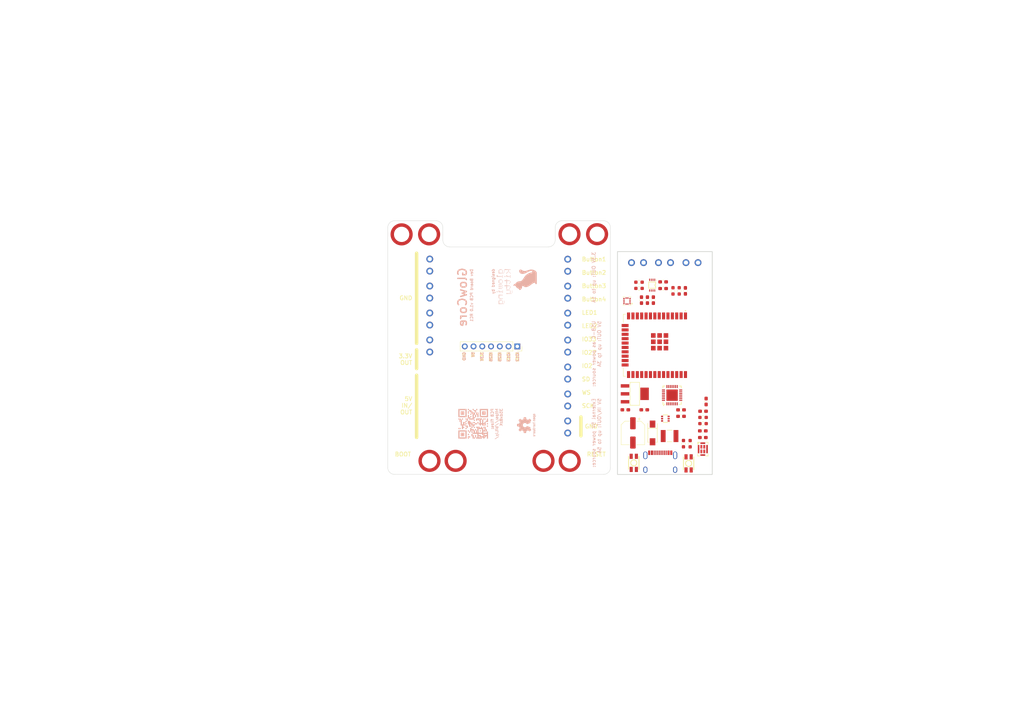
<source format=kicad_pcb>
(kicad_pcb (version 20211014) (generator pcbnew)
  (layers (0 "F.Cu" signal) (31 "B.Cu" signal) (34 "B.Paste" user) (35 "F.Paste" user) (36 "B.SilkS" user "B.Silkscreen") (37 "F.SilkS" user "F.Silkscreen") (38 "B.Mask" user) (39 "F.Mask" user) (44 "Edge.Cuts" user))
  (net 0 "")
  (net 1 "+5V")
  (net 2 "GND")
  (net 3 "+3V3")
  (net 4 "RESET")
  (net 5 "IO0")
  (net 6 "VBUS")
  (net 7 "IO12{slash}MISO")
  (net 8 "IO13{slash}MOSI")
  (net 9 "IO25{slash}A1{slash}DAC1")
  (net 10 "IO26{slash}A0{slash}DAC2")
  (net 11 "Net-(R1-Pad1)")
  (net 12 "LED1 DATA OUT")
  (net 13 "USB-C CC1")
  (net 14 "USB-C CC2")
  (net 15 "Net-(R4-Pad1)")
  (net 16 "Net-(R5-Pad1)")
  (net 19 "IO32{slash}SD")
  (net 20 "IO14{slash}SCK")
  (net 27 "IO15{slash}WS")
  (net 29 "IO16{slash}LED1")
  (net 34 "RXD0")
  (net 35 "TXD0")
  (net 37 "IO21{slash}INT1")
  (net 38 "IO22{slash}INT2")
  (net 42 "USB-C DATA+")
  (net 43 "USB-C DATA-")
  (net 59 "RTS")
  (net 61 "DTR")
  (net 66 "Net-(R8-Pad1)")
  (net 67 "LED2 DATA OUT")
  (net 68 "IO17{slash}LED2")
  (net 69 "IO36{slash}BUTTON1")
  (net 70 "IO39{slash}BUTTON2")
  (net 71 "IO34{slash}BUTTON3")
  (net 72 "IO35{slash}BUTTON4")
  (net 73 "IO33")
  (net 74 "IO27")
  (net 75 "IO2")
  (net 76 "Net-(F1-Pad2)")
  (footprint "Capacitor_SMD:C_0603_1608Metric_Pad1.08x0.95mm_HandSolder" (layer "F.Cu") (at 185.871154 87.02 90)
    (fp_text reference "C8" hide)
    (fp_text value "0.1uF")
    (pad "1" smd roundrect (at -0.8625 0 90) (size 1.075 0.95) (layers "F.Cu" "F.Paste" "F.Mask") (net 3 "+3V3"))
    (pad "2" smd roundrect (at 0.8625 0 90) (size 1.075 0.95) (layers "F.Cu" "F.Paste" "F.Mask") (net 2 "GND"))
  )
  (footprint "Capacitor_SMD:CP_Elec_6.3x5.4" (layer "F.Cu") (at 183.378349 125.53 -90)
    (fp_text reference "C4" hide)
    (fp_text value "220uF 10V")
    (pad "1" smd roundrect (at -2.8 0 270) (size 3.5 1.6) (layers "F.Cu" "F.Paste" "F.Mask") (roundrect_rratio 0.15625) (net 1 "+5V"))
    (pad "2" smd roundrect (at 2.8 0 270) (size 3.5 1.6) (layers "F.Cu" "F.Paste" "F.Mask") (roundrect_rratio 0.15625) (net 2 "GND"))
  )
  (footprint "footprint:WIFI-SMD_ESP32-WROOM-32E" (layer "F.Cu") (at 192.438349 99.35 -90)
    (fp_text reference "U7" hide)
    (fp_text value "ESP32-WROOM-32E")
    (pad "1" smd rect (at -7.7449 -6.1933 270) (size 2 0.9) (layers "F.Cu" "F.Paste" "F.Mask") (net 2 "GND"))
    (pad "2" smd rect (at -7.7449 -4.9233 270) (size 2 0.9) (layers "F.Cu" "F.Paste" "F.Mask") (net 3 "+3V3"))
    (pad "3" smd rect (at -7.7449 -3.6533 270) (size 2 0.9) (layers "F.Cu" "F.Paste" "F.Mask") (net 4 "RESET"))
    (pad "4" smd rect (at -7.7449 -2.3833 270) (size 2 0.9) (layers "F.Cu" "F.Paste" "F.Mask") (net 69 "IO36{slash}BUTTON1"))
    (pad "5" smd rect (at -7.7449 -1.1133 270) (size 2 0.9) (layers "F.Cu" "F.Paste" "F.Mask") (net 70 "IO39{slash}BUTTON2"))
    (pad "6" smd rect (at -7.7449 0.1567 270) (size 2 0.9) (layers "F.Cu" "F.Paste" "F.Mask") (net 71 "IO34{slash}BUTTON3"))
    (pad "7" smd rect (at -7.7449 1.4267 270) (size 2 0.9) (layers "F.Cu" "F.Paste" "F.Mask") (net 72 "IO35{slash}BUTTON4"))
    (pad "8" smd rect (at -7.7449 2.6967 270) (size 2 0.9) (layers "F.Cu" "F.Paste" "F.Mask") (net 19 "IO32{slash}SD"))
    (pad "9" smd rect (at -7.7449 3.9667 270) (size 2 0.9) (layers "F.Cu" "F.Paste" "F.Mask") (net 73 "IO33"))
    (pad "10" smd rect (at -7.7449 5.2367 270) (size 2 0.9) (layers "F.Cu" "F.Paste" "F.Mask") (net 9 "IO25{slash}A1{slash}DAC1"))
    (pad "11" smd rect (at -7.7449 6.5067 270) (size 2 0.9) (layers "F.Cu" "F.Paste" "F.Mask") (net 10 "IO26{slash}A0{slash}DAC2"))
    (pad "12" smd rect (at -7.7449 7.7767 270) (size 2 0.9) (layers "F.Cu" "F.Paste" "F.Mask") (net 74 "IO27"))
    (pad "13" smd rect (at -7.7449 9.0467 270) (size 2 0.9) (layers "F.Cu" "F.Paste" "F.Mask") (net 20 "IO14{slash}SCK"))
    (pad "14" smd rect (at -7.7449 10.3167 270) (size 2 0.9) (layers "F.Cu" "F.Paste" "F.Mask") (net 7 "IO12{slash}MISO"))
    (pad "15" smd rect (at -4.9599 11.3167 270) (size 0.9 2) (layers "F.Cu" "F.Paste" "F.Mask") (net 2 "GND"))
    (pad "16" smd rect (at -3.6899 11.3167 270) (size 0.9 2) (layers "F.Cu" "F.Paste" "F.Mask") (net 8 "IO13{slash}MOSI"))
    (pad "17" smd rect (at -2.4199 11.3167 270) (size 0.9 2) (layers "F.Cu" "F.Paste" "F.Mask"))
    (pad "18" smd rect (at -1.1499 11.3167 270) (size 0.9 2) (layers "F.Cu" "F.Paste" "F.Mask"))
    (pad "19" smd rect (at 0.1201 11.3167 270) (size 0.9 2) (layers "F.Cu" "F.Paste" "F.Mask"))
    (pad "20" smd rect (at 1.3901 11.3167 270) (size 0.9 2) (layers "F.Cu" "F.Paste" "F.Mask"))
    (pad "21" smd rect (at 2.6601 11.3167 270) (size 0.9 2) (layers "F.Cu" "F.Paste" "F.Mask"))
    (pad "22" smd rect (at 3.9301 11.3167 270) (size 0.9 2) (layers "F.Cu" "F.Paste" "F.Mask"))
    (pad "23" smd rect (at 5.2001 11.3167 270) (size 0.9 2) (layers "F.Cu" "F.Paste" "F.Mask") (net 27 "IO15{slash}WS"))
    (pad "24" smd rect (at 6.4701 11.3167 270) (size 0.9 2) (layers "F.Cu" "F.Paste" "F.Mask") (net 75 "IO2"))
    (pad "25" smd rect (at 9.2551 10.3167 270) (size 2 0.9) (layers "F.Cu" "F.Paste" "F.Mask") (net 5 "IO0"))
    (pad "26" smd rect (at 9.2551 9.0467 270) (size 2 0.9) (layers "F.Cu" "F.Paste" "F.Mask"))
    (pad "27" smd rect (at 9.2551 7.7767 270) (size 2 0.9) (layers "F.Cu" "F.Paste" "F.Mask") (net 29 "IO16{slash}LED1"))
    (pad "28" smd rect (at 9.2551 6.5067 270) (size 2 0.9) (layers "F.Cu" "F.Paste" "F.Mask") (net 68 "IO17{slash}LED2"))
    (pad "29" smd rect (at 9.2551 5.2367 270) (size 2 0.9) (layers "F.Cu" "F.Paste" "F.Mask"))
    (pad "30" smd rect (at 9.2551 3.9667 270) (size 2 0.9) (layers "F.Cu" "F.Paste" "F.Mask"))
    (pad "31" smd rect (at 9.2551 2.6967 270) (size 2 0.9) (layers "F.Cu" "F.Paste" "F.Mask"))
    (pad "32" smd rect (at 9.2551 1.4267 270) (size 2 0.9) (layers "F.Cu" "F.Paste" "F.Mask"))
    (pad "33" smd rect (at 9.2551 0.1567 270) (size 2 0.9) (layers "F.Cu" "F.Paste" "F.Mask") (net 37 "IO21{slash}INT1"))
    (pad "34" smd rect (at 9.2551 -1.1133 270) (size 2 0.9) (layers "F.Cu" "F.Paste" "F.Mask") (net 34 "RXD0"))
    (pad "35" smd rect (at 9.2551 -2.3833 270) (size 2 0.9) (layers "F.Cu" "F.Paste" "F.Mask") (net 35 "TXD0"))
    (pad "36" smd rect (at 9.2551 -3.6533 270) (size 2 0.9) (layers "F.Cu" "F.Paste" "F.Mask") (net 38 "IO22{slash}INT2"))
    (pad "37" smd rect (at 9.2551 -4.9233 270) (size 2 0.9) (layers "F.Cu" "F.Paste" "F.Mask"))
    (pad "38" smd rect (at 9.2551 -6.1933 270) (size 2 0.9) (layers "F.Cu" "F.Paste" "F.Mask") (net 2 "GND"))
    (pad "39" smd rect (at -0.2449 1.3067 270) (size 1.33 1.33) (layers "F.Cu" "F.Paste" "F.Mask") (net 2 "GND"))
    (pad "39" smd rect (at -2.0799 1.3067 270) (size 1.33 1.33) (layers "F.Cu" "F.Paste" "F.Mask") (net 2 "GND"))
    (pad "39" smd rect (at 1.5901 -0.5283 270) (size 1.33 1.33) (layers "F.Cu" "F.Paste" "F.Mask") (net 2 "GND"))
    (pad "39" smd rect (at -0.2449 -0.5283 270) (size 1.33 1.33) (layers "F.Cu" "F.Paste" "F.Mask") (net 2 "GND"))
    (pad "39" smd rect (at 1.5901 1.3067 270) (size 1.33 1.33) (layers "F.Cu" "F.Paste" "F.Mask") (net 2 "GND"))
    (pad "39" smd rect (at 1.5901 3.1417 270) (size 1.33 1.33) (layers "F.Cu" "F.Paste" "F.Mask") (net 2 "GND"))
    (pad "39" smd rect (at -0.2449 3.1417 270) (size 1.33 1.33) (layers "F.Cu" "F.Paste" "F.Mask") (net 2 "GND"))
    (pad "39" smd rect (at -2.0799 3.1417 270) (size 1.33 1.33) (layers "F.Cu" "F.Paste" "F.Mask") (net 2 "GND"))
    (pad "39" smd rect (at -2.0799 -0.5283 270) (size 1.33 1.33) (layers "F.Cu" "F.Paste" "F.Mask") (net 2 "GND"))
  )
  (footprint "footprint:CONN-TH_P3.50_KF350-3.5-2P" (layer "F.Cu") (at 124.519997 92.496695 -90)
    (fp_text reference "U20" hide)
    (fp_text value "KF350-3_5-2P")
    (pad "1" thru_hole circle locked (at -1.749898 0.049987 270) (size 2 2) (drill 1.2) (layers *.Cu *.Mask) (net 2 "GND"))
    (pad "2" thru_hole circle locked (at 1.749975 0.049987 270) (size 2 2) (drill 1.2) (layers *.Cu *.Mask) (net 2 "GND"))
  )
  (footprint "Resistor_SMD:R_0603_1608Metric_Pad0.98x0.95mm_HandSolder" (layer "F.Cu") (at 185.156499 83.619701 180)
    (fp_text reference "R1" hide)
    (fp_text value "62")
    (pad "1" smd roundrect (at -0.9125 0 180) (size 0.975 0.95) (layers "F.Cu" "F.Paste" "F.Mask") (net 11 "Net-(R1-Pad1)"))
    (pad "2" smd roundrect (at 0.9125 0 180) (size 0.975 0.95) (layers "F.Cu" "F.Paste" "F.Mask") (net 12 "LED1 DATA OUT"))
  )
  (footprint "footprint:QFN-28_L5.0-W5.0-P0.50-BL-EP" (layer "F.Cu") (at 194.748146 114.58493)
    (fp_text reference "U13" hide)
    (fp_text value "CP2102-GMR")
    (pad "1" smd rect (at -1.501067 2.499949 180) (size 0.28001 0.9) (layers "F.Cu" "F.Paste" "F.Mask"))
    (pad "2" smd rect (at -1.000686 2.499949 180) (size 0.28001 0.9) (layers "F.Cu" "F.Paste" "F.Mask"))
    (pad "3" smd rect (at -0.500305 2.499949 180) (size 0.28001 0.9) (layers "F.Cu" "F.Paste" "F.Mask") (net 2 "GND"))
    (pad "4" smd rect (at 0.000076 2.499949 180) (size 0.28001 0.9) (layers "F.Cu" "F.Paste" "F.Mask") (net 42 "USB-C DATA+"))
    (pad "5" smd rect (at 0.500457 2.499949 180) (size 0.28001 0.9) (layers "F.Cu" "F.Paste" "F.Mask") (net 43 "USB-C DATA-"))
    (pad "6" smd rect (at 1.000838 2.499949 180) (size 0.28001 0.9) (layers "F.Cu" "F.Paste" "F.Mask") (net 3 "+3V3"))
    (pad "7" smd rect (at 1.501219 2.499949 180) (size 0.28001 0.9) (layers "F.Cu" "F.Paste" "F.Mask") (net 3 "+3V3"))
    (pad "8" smd rect (at 2.500203 1.501219 90) (size 0.28001 0.9) (layers "F.Cu" "F.Paste" "F.Mask") (net 6 "VBUS"))
    (pad "9" smd rect (at 2.500203 1.000838 90) (size 0.28001 0.9) (layers "F.Cu" "F.Paste" "F.Mask"))
    (pad "10" smd rect (at 2.500203 0.500457 90) (size 0.28001 0.9) (layers "F.Cu" "F.Paste" "F.Mask"))
    (pad "11" smd rect (at 2.500203 0.000076 90) (size 0.28001 0.9) (layers "F.Cu" "F.Paste" "F.Mask"))
    (pad "12" smd rect (at 2.500203 -0.500305 90) (size 0.28001 0.9) (layers "F.Cu" "F.Paste" "F.Mask"))
    (pad "13" smd rect (at 2.500203 -1.000686 90) (size 0.28001 0.9) (layers "F.Cu" "F.Paste" "F.Mask"))
    (pad "14" smd rect (at 2.500203 -1.501067 90) (size 0.28001 0.9) (layers "F.Cu" "F.Paste" "F.Mask"))
    (pad "15" smd rect (at 1.501219 -2.500051 180) (size 0.28001 0.9) (layers "F.Cu" "F.Paste" "F.Mask"))
    (pad "16" smd rect (at 1.000838 -2.500051 180) (size 0.28001 0.9) (layers "F.Cu" "F.Paste" "F.Mask"))
    (pad "17" smd rect (at 0.500457 -2.500051 180) (size 0.28001 0.9) (layers "F.Cu" "F.Paste" "F.Mask"))
    (pad "18" smd rect (at 0.000076 -2.500051 180) (size 0.28001 0.9) (layers "F.Cu" "F.Paste" "F.Mask"))
    (pad "19" smd rect (at -0.500305 -2.500051 180) (size 0.28001 0.9) (layers "F.Cu" "F.Paste" "F.Mask"))
    (pad "20" smd rect (at -1.000686 -2.500051 180) (size 0.28001 0.9) (layers "F.Cu" "F.Paste" "F.Mask"))
    (pad "21" smd rect (at -1.501067 -2.500051 180) (size 0.28001 0.9) (layers "F.Cu" "F.Paste" "F.Mask"))
    (pad "22" smd rect (at -2.499797 -1.501067 90) (size 0.28001 0.9) (layers "F.Cu" "F.Paste" "F.Mask"))
    (pad "23" smd rect (at -2.499797 -1.000686 90) (size 0.28001 0.9) (layers "F.Cu" "F.Paste" "F.Mask"))
    (pad "24" smd rect (at -2.499797 -0.500305 90) (size 0.28001 0.9) (layers "F.Cu" "F.Paste" "F.Mask") (net 59 "RTS"))
    (pad "25" smd rect (at -2.499797 0.000076 90) (size 0.28001 0.9) (layers "F.Cu" "F.Paste" "F.Mask") (net 35 "TXD0"))
    (pad "26" smd rect (at -2.499797 0.500457 90) (size 0.28001 0.9) (layers "F.Cu" "F.Paste" "F.Mask") (net 34 "RXD0"))
    (pad "27" smd rect (at -2.499797 1.000838 90) (size 0.28001 0.9) (layers "F.Cu" "F.Paste" "F.Mask"))
    (pad "28" smd rect (at -2.499797 1.501219 90) (size 0.28001 0.9) (layers "F.Cu" "F.Paste" "F.Mask") (net 61 "DTR"))
    (pad "29" smd rect (at 0.000076 0.000076 90) (size 3.3 3.3) (layers "F.Cu" "F.Paste" "F.Mask") (net 2 "GND"))
  )
  (footprint "Capacitor_SMD:C_0603_1608Metric_Pad1.08x0.95mm_HandSolder" (layer "F.Cu") (at 204.618349 116.425 -90)
    (fp_text reference "C3" hide)
    (fp_text value "10uF")
    (pad "1" smd roundrect (at -0.8625 0 270) (size 1.075 0.95) (layers "F.Cu" "F.Paste" "F.Mask") (net 2 "GND"))
    (pad "2" smd roundrect (at 0.8625 0 270) (size 1.075 0.95) (layers "F.Cu" "F.Paste" "F.Mask") (net 3 "+3V3"))
  )
  (footprint "footprint:SMTSO3030CTJ" (layer "F.Cu") (at 124.3872 133.63746)
    (fp_text reference "U3" hide)
    (fp_text value "SMTSO3030CTJ")
    (pad "" np_thru_hole circle locked (at 0.00997 0.00254) (size 3.8 3.8) (drill 3.8) (layers F&B.Cu *.Mask))
    (pad "1" smd custom locked (at -2.7178 0) (size 1 1) (layers "F.Cu" "F.Paste" "F.Mask") (options (clearance outline) (anchor circle)) (primitives (gr_circle (center 2.725 0) (end 5.439265 0) (width 1))))
  )
  (footprint "footprint:SMTSO3030CTJ" (layer "F.Cu") (at 165.04726 133.63746)
    (fp_text reference "U4" hide)
    (fp_text value "SMTSO3030CTJ")
    (pad "" np_thru_hole circle locked (at 0.00997 0.00254) (size 3.8 3.8) (drill 3.8) (layers F&B.Cu *.Mask))
    (pad "1" smd custom locked (at -2.7178 0) (size 1 1) (layers "F.Cu" "F.Paste" "F.Mask") (options (clearance outline) (anchor circle)) (primitives (gr_circle (center 2.725 0) (end 5.439265 0) (width 1))))
  )
  (footprint "Capacitor_SMD:C_0603_1608Metric_Pad1.08x0.95mm_HandSolder" (layer "F.Cu") (at 186.683449 118.83)
    (fp_text reference "C11" hide)
    (fp_text value "10uF")
    (pad "1" smd roundrect (at -0.8625 0) (size 1.075 0.95) (layers "F.Cu" "F.Paste" "F.Mask") (net 2 "GND"))
    (pad "2" smd roundrect (at 0.8625 0) (size 1.075 0.95) (layers "F.Cu" "F.Paste" "F.Mask") (net 3 "+3V3"))
  )
  (footprint "footprint:CONN-TH_P3.50_KF350-3.5-2P" (layer "F.Cu") (at 164.43 108.173396 90)
    (fp_text reference "U25" hide)
    (fp_text value "KF350-3_5-2P")
    (pad "1" thru_hole circle locked (at -1.749898 0.049987 90) (size 2 2) (drill 1.2) (layers *.Cu *.Mask) (net 19 "IO32{slash}SD"))
    (pad "2" thru_hole circle locked (at 1.749975 0.049987 90) (size 2 2) (drill 1.2) (layers *.Cu *.Mask) (net 75 "IO2"))
  )
  (footprint "footprint:SMTSO3030CTJ" (layer "F.Cu") (at 157.45003 133.63746)
    (fp_text reference "U30" hide)
    (fp_text value "SMTSO3030CTJ")
    (pad "" np_thru_hole circle locked (at 0.00997 0.00254) (size 3.8 3.8) (drill 3.8) (layers F&B.Cu *.Mask))
    (pad "1" smd custom locked (at -2.7178 0) (size 1 1) (layers "F.Cu" "F.Paste" "F.Mask") (options (clearance outline) (anchor circle)) (primitives (gr_circle (center 2.725 0) (end 5.439265 0) (width 1))))
  )
  (footprint "footprint:SW-SMD_4P-L3.7-W3.0-P1.50-LS4.7" (layer "F.Cu") (at 183.638413 134.219924 -90)
    (fp_text reference "SW2" hide)
    (fp_text value "TS-1185EC-C-D-B")
    (pad "1" smd rect (at 1.899924 -0.750064 270) (size 1.5 0.9) (layers "F.Cu" "F.Paste" "F.Mask") (net 2 "GND"))
    (pad "1" smd rect (at -1.899924 -0.750064 270) (size 1.5 0.9) (layers "F.Cu" "F.Paste" "F.Mask") (net 2 "GND"))
    (pad "2" smd rect (at -1.899924 0.750064 270) (size 1.5 0.9) (layers "F.Cu" "F.Paste" "F.Mask") (net 16 "Net-(R5-Pad1)"))
    (pad "2" smd rect (at 1.899924 0.750064 270) (size 1.5 0.9) (layers "F.Cu" "F.Paste" "F.Mask") (net 16 "Net-(R5-Pad1)"))
  )
  (footprint "Capacitor_SMD:C_0603_1608Metric_Pad1.08x0.95mm_HandSolder" (layer "F.Cu") (at 197.340646 120.72493)
    (fp_text reference "C7" hide)
    (fp_text value "0.1uF")
    (pad "1" smd roundrect (at -0.8625 0) (size 1.075 0.95) (layers "F.Cu" "F.Paste" "F.Mask") (net 3 "+3V3"))
    (pad "2" smd roundrect (at 0.8625 0) (size 1.075 0.95) (layers "F.Cu" "F.Paste" "F.Mask") (net 2 "GND"))
  )
  (footprint "footprint:SMTSO3030CTJ" (layer "F.Cu") (at 131.96 133.63746)
    (fp_text reference "U33" hide)
    (fp_text value "SMTSO3030CTJ")
    (pad "" np_thru_hole circle locked (at 0.00997 0.00254) (size 3.8 3.8) (drill 3.8) (layers F&B.Cu *.Mask))
    (pad "1" smd custom locked (at -2.7178 0) (size 1 1) (layers "F.Cu" "F.Paste" "F.Mask") (options (clearance outline) (anchor circle)) (primitives (gr_circle (center 2.725 0) (end 5.439265 0) (width 1))))
  )
  (footprint "Resistor_SMD:R_0603_1608Metric_Pad0.98x0.95mm_HandSolder" (layer "F.Cu") (at 196.808349 84.337501 90)
    (fp_text reference "R7" hide)
    (fp_text value "10K")
    (pad "1" smd roundrect (at -0.9125 0 90) (size 0.975 0.95) (layers "F.Cu" "F.Paste" "F.Mask") (net 5 "IO0"))
    (pad "2" smd roundrect (at 0.9125 0 90) (size 0.975 0.95) (layers "F.Cu" "F.Paste" "F.Mask") (net 3 "+3V3"))
  )
  (footprint "footprint:CONN-TH_P3.50_KF350-3.5-2P" (layer "F.Cu") (at 200.52 76.1)
    (fp_text reference "U18" hide)
    (fp_text value "KF350-3_5-2P")
    (pad "1" thru_hole circle locked (at -1.749898 0.049987) (size 2 2) (drill 1.2) (layers *.Cu *.Mask) (net 3 "+3V3"))
    (pad "2" thru_hole circle locked (at 1.749975 0.049987) (size 2 2) (drill 1.2) (layers *.Cu *.Mask) (net 1 "+5V"))
  )
  (footprint "footprint:CONN-TH_P3.50_KF350-3.5-2P" (layer "F.Cu") (at 164.43 92.536698 90)
    (fp_text reference "U27" hide)
    (fp_text value "KF350-3_5-2P")
    (pad "1" thru_hole circle locked (at -1.749898 0.049987 90) (size 2 2) (drill 1.2) (layers *.Cu *.Mask) (net 67 "LED2 DATA OUT"))
    (pad "2" thru_hole circle locked (at 1.749975 0.049987 90) (size 2 2) (drill 1.2) (layers *.Cu *.Mask) (net 12 "LED1 DATA OUT"))
  )
  (footprint "footprint:VSSOP-8_L2.4-W2.1-P0.50-LS3.2-BR" (layer "F.Cu") (at 188.974251 82.681532 90)
    (fp_text reference "U8" hide)
    (fp_text value "SN74LVC2T45DCUR")
    (pad "1" smd oval (at 1.549911 0.741961 90) (size 0.750013 0.250013) (layers "F.Cu" "F.Paste" "F.Mask") (net 1 "+5V"))
    (pad "2" smd oval (at 1.549911 0.241834 90) (size 0.750013 0.250013) (layers "F.Cu" "F.Paste" "F.Mask") (net 11 "Net-(R1-Pad1)"))
    (pad "3" smd oval (at 1.549911 -0.258039 90) (size 0.750013 0.250013) (layers "F.Cu" "F.Paste" "F.Mask") (net 66 "Net-(R8-Pad1)"))
    (pad "4" smd oval (at 1.549911 -0.758166 90) (size 0.750013 0.250013) (layers "F.Cu" "F.Paste" "F.Mask") (net 2 "GND"))
    (pad "5" smd oval (at -1.549911 -0.758166 90) (size 0.750013 0.250013) (layers "F.Cu" "F.Paste" "F.Mask") (net 2 "GND"))
    (pad "6" smd oval (at -1.549911 -0.258039 90) (size 0.750013 0.250013) (layers "F.Cu" "F.Paste" "F.Mask") (net 68 "IO17{slash}LED2"))
    (pad "7" smd oval (at -1.549911 0.241834 90) (size 0.750013 0.250013) (layers "F.Cu" "F.Paste" "F.Mask") (net 29 "IO16{slash}LED1"))
    (pad "8" smd oval (at -1.549911 0.741961 90) (size 0.750013 0.250013) (layers "F.Cu" "F.Paste" "F.Mask") (net 3 "+3V3"))
  )
  (footprint "footprint:CONN-TH_P3.50_KF350-3.5-2P" (layer "F.Cu") (at 184.73 76.1)
    (fp_text reference "U17" hide)
    (fp_text value "KF350-3_5-2P")
    (pad "1" thru_hole circle locked (at -1.749898 0.049987) (size 2 2) (drill 1.2) (layers *.Cu *.Mask) (net 1 "+5V"))
    (pad "2" thru_hole circle locked (at 1.749975 0.049987) (size 2 2) (drill 1.2) (layers *.Cu *.Mask) (net 1 "+5V"))
  )
  (footprint "Capacitor_SMD:C_0603_1608Metric_Pad1.08x0.95mm_HandSolder" (layer "F.Cu") (at 181.183449 118.83 180)
    (fp_text reference "C6" hide)
    (fp_text value "10uF")
    (pad "1" smd roundrect (at -0.8625 0 180) (size 1.075 0.95) (layers "F.Cu" "F.Paste" "F.Mask") (net 2 "GND"))
    (pad "2" smd roundrect (at 0.8625 0 180) (size 1.075 0.95) (layers "F.Cu" "F.Paste" "F.Mask") (net 1 "+5V"))
  )
  (footprint "footprint:SC-70-6_L2.2-W1.3-P0.65-LS2.1-BR" (layer "F.Cu") (at 192.798349 121.4)
    (fp_text reference "U14" hide)
    (fp_text value "UMH3N")
    (pad "1" smd rect (at 0.949962 0.649987 90) (size 0.41999 0.6) (layers "F.Cu" "F.Paste" "F.Mask") (net 59 "RTS"))
    (pad "2" smd rect (at 0.949962 0 90) (size 0.41999 0.6) (layers "F.Cu" "F.Paste" "F.Mask") (net 61 "DTR"))
    (pad "3" smd rect (at 0.949962 -0.649987 90) (size 0.41999 0.6) (layers "F.Cu" "F.Paste" "F.Mask") (net 5 "IO0"))
    (pad "4" smd rect (at -0.949962 -0.649987 270) (size 0.41999 0.6) (layers "F.Cu" "F.Paste" "F.Mask") (net 61 "DTR"))
    (pad "5" smd rect (at -0.949962 0 270) (size 0.41999 0.6) (layers "F.Cu" "F.Paste" "F.Mask") (net 59 "RTS"))
    (pad "6" smd rect (at -0.949962 0.649987 270) (size 0.41999 0.6) (layers "F.Cu" "F.Paste" "F.Mask") (net 4 "RESET"))
  )
  (footprint "Capacitor_SMD:C_0603_1608Metric_Pad1.08x0.95mm_HandSolder" (layer "F.Cu") (at 192.148349 83.660001)
    (fp_text reference "C2" hide)
    (fp_text value "0.1uF")
    (pad "1" smd roundrect (at -0.8625 0) (size 1.075 0.95) (layers "F.Cu" "F.Paste" "F.Mask") (net 3 "+3V3"))
    (pad "2" smd roundrect (at 0.8625 0) (size 1.075 0.95) (layers "F.Cu" "F.Paste" "F.Mask") (net 2 "GND"))
  )
  (footprint "Capacitor_SMD:C_0603_1608Metric_Pad1.08x0.95mm_HandSolder" (layer "F.Cu") (at 203.658349 124.94 180)
    (fp_text reference "C12" hide)
    (fp_text value "0.1uF")
    (pad "1" smd roundrect (at -0.8625 0 180) (size 1.075 0.95) (layers "F.Cu" "F.Paste" "F.Mask") (net 2 "GND"))
    (pad "2" smd roundrect (at 0.8625 0 180) (size 1.075 0.95) (layers "F.Cu" "F.Paste" "F.Mask") (net 3 "+3V3"))
  )
  (footprint "footprint:F1812" (layer "F.Cu") (at 194.018349 126.44 180)
    (fp_text reference "F1" hide)
    (fp_text value "BSMD1812-300-16V")
    (pad "1" smd rect (at -1.853442 0 180) (size 1.40668 3.499213) (layers "F.Cu" "F.Paste" "F.Mask") (net 6 "VBUS"))
    (pad "2" smd rect (at 1.853442 0 180) (size 1.40668 3.499213) (layers "F.Cu" "F.Paste" "F.Mask") (net 76 "Net-(F1-Pad2)"))
  )
  (footprint "footprint:SMTSO3030CTJ" (layer "F.Cu") (at 172.9878 67.9)
    (fp_text reference "U32" hide)
    (fp_text value "SMTSO3030CTJ")
    (pad "" np_thru_hole circle locked (at 0.00997 0.00254) (size 3.8 3.8) (drill 3.8) (layers F&B.Cu *.Mask))
    (pad "1" smd custom locked (at -2.7178 0) (size 1 1) (layers "F.Cu" "F.Paste" "F.Mask") (options (clearance outline) (anchor circle)) (primitives (gr_circle (center 2.725 0) (end 5.439265 0) (width 1))))
  )
  (footprint "Capacitor_SMD:C_0603_1608Metric_Pad1.08x0.95mm_HandSolder" (layer "F.Cu") (at 203.668349 126.87 180)
    (fp_text reference "C15" hide)
    (fp_text value "10uF")
    (pad "1" smd roundrect (at -0.8625 0 180) (size 1.075 0.95) (layers "F.Cu" "F.Paste" "F.Mask") (net 2 "GND"))
    (pad "2" smd roundrect (at 0.8625 0 180) (size 1.075 0.95) (layers "F.Cu" "F.Paste" "F.Mask") (net 3 "+3V3"))
  )
  (footprint "footprint:LGA-12_L2.0-W2.0-P0.50-BL" (layer "F.Cu") (at 181.671154 87.29 90)
    (fp_text reference "U11" hide)
    (fp_text value "QMA7981")
    (pad "1" smd rect (at -0.750064 0.875032 90) (size 0.28001 0.5) (layers "F.Cu" "F.Paste" "F.Mask") (net 8 "IO13{slash}MOSI"))
    (pad "2" smd rect (at -0.249936 0.875032 90) (size 0.28001 0.5) (layers "F.Cu" "F.Paste" "F.Mask") (net 7 "IO12{slash}MISO"))
    (pad "3" smd rect (at 0.249936 0.875032 90) (size 0.28001 0.5) (layers "F.Cu" "F.Paste" "F.Mask") (net 3 "+3V3"))
    (pad "4" smd rect (at 0.750064 0.875032 90) (size 0.28001 0.5) (layers "F.Cu" "F.Paste" "F.Mask") (net 2 "GND"))
    (pad "5" smd rect (at 0.875032 0.249936 90) (size 0.5 0.28001) (layers "F.Cu" "F.Paste" "F.Mask") (net 37 "IO21{slash}INT1"))
    (pad "6" smd rect (at 0.875032 -0.249936 90) (size 0.5 0.28001) (layers "F.Cu" "F.Paste" "F.Mask") (net 38 "IO22{slash}INT2"))
    (pad "7" smd rect (at 0.750064 -0.875032 90) (size 0.28001 0.5) (layers "F.Cu" "F.Paste" "F.Mask") (net 3 "+3V3"))
    (pad "8" smd rect (at 0.249936 -0.875032 90) (size 0.28001 0.5) (layers "F.Cu" "F.Paste" "F.Mask") (net 2 "GND"))
    (pad "9" smd rect (at -0.249936 -0.875032 90) (size 0.28001 0.5) (layers "F.Cu" "F.Paste" "F.Mask") (net 2 "GND"))
    (pad "10" smd rect (at -0.750064 -0.875032 90) (size 0.28001 0.5) (layers "F.Cu" "F.Paste" "F.Mask") (net 27 "IO15{slash}WS"))
    (pad "11" smd rect (at -0.875032 -0.249936 90) (size 0.5 0.28001) (layers "F.Cu" "F.Paste" "F.Mask"))
    (pad "12" smd rect (at -0.875032 0.249936 90) (size 0.5 0.28001) (layers "F.Cu" "F.Paste" "F.Mask") (net 20 "IO14{slash}SCK"))
  )
  (footprint "Capacitor_SMD:C_0603_1608Metric_Pad1.08x0.95mm_HandSolder" (layer "F.Cu") (at 203.728349 119.245 180)
    (fp_text reference "C13" hide)
    (fp_text value "1uF")
    (pad "1" smd roundrect (at -0.8625 0 180) (size 1.075 0.95) (layers "F.Cu" "F.Paste" "F.Mask") (net 4 "RESET"))
    (pad "2" smd roundrect (at 0.8625 0 180) (size 1.075 0.95) (layers "F.Cu" "F.Paste" "F.Mask") (net 2 "GND"))
  )
  (footprint "Resistor_SMD:R_0603_1608Metric_Pad0.98x0.95mm_HandSolder" (layer "F.Cu") (at 185.156499 81.819701 180)
    (fp_text reference "R8" hide)
    (fp_text value "62")
    (pad "1" smd roundrect (at -0.9125 0 180) (size 0.975 0.95) (layers "F.Cu" "F.Paste" "F.Mask") (net 66 "Net-(R8-Pad1)"))
    (pad "2" smd roundrect (at 0.9125 0 180) (size 0.975 0.95) (layers "F.Cu" "F.Paste" "F.Mask") (net 67 "LED2 DATA OUT"))
  )
  (footprint "Resistor_SMD:R_0603_1608Metric_Pad0.98x0.95mm_HandSolder" (layer "F.Cu") (at 203.728349 122.835 180)
    (fp_text reference "R6" hide)
    (fp_text value "10K")
    (pad "1" smd roundrect (at -0.9125 0 180) (size 0.975 0.95) (layers "F.Cu" "F.Paste" "F.Mask") (net 4 "RESET"))
    (pad "2" smd roundrect (at 0.9125 0 180) (size 0.975 0.95) (layers "F.Cu" "F.Paste" "F.Mask") (net 3 "+3V3"))
  )
  (footprint "footprint:SMTSO3030CTJ" (layer "F.Cu") (at 124.27 67.94746)
    (fp_text reference "U1" hide)
    (fp_text value "SMTSO3030CTJ")
    (pad "" np_thru_hole circle locked (at 0.00997 0.00254) (size 3.8 3.8) (drill 3.8) (layers F&B.Cu *.Mask))
    (pad "1" smd custom locked (at -2.7178 0) (size 1 1) (layers "F.Cu" "F.Paste" "F.Mask") (options (clearance outline) (anchor circle)) (primitives (gr_circle (center 2.725 0) (end 5.439265 0) (width 1))))
  )
  (footprint "footprint:USB-3.1-SMD_U262-161N-4BVC11" (layer "F.Cu") (at 191.208349 134.92)
    (fp_text reference "USB1" hide)
    (fp_text value "U262-161N-4BVC11")
    (pad "" np_thru_hole circle (at 2.990018 -2.387465) (size 0.700025 0.700025) (drill 0.700025) (layers *.Cu *.Mask))
    (pad "" np_thru_hole circle (at -2.790018 -2.387465) (size 0.700025 0.700025) (drill 0.700025) (layers *.Cu *.Mask))
    (pad "A1B12" smd rect (at -3.099898 -3.630036) (size 0.6 1.3) (layers "F.Cu" "F.Paste" "F.Mask") (net 2 "GND"))
    (pad "A4B9" smd rect (at -2.300051 -3.630036) (size 0.6 1.3) (layers "F.Cu" "F.Paste" "F.Mask") (net 6 "VBUS"))
    (pad "A5" smd rect (at -1.149936 -3.630036) (size 0.3 1.3) (layers "F.Cu" "F.Paste" "F.Mask") (net 13 "USB-C CC1"))
    (pad "A6" smd rect (at -0.149936 -3.630036) (size 0.3 1.3) (layers "F.Cu" "F.Paste" "F.Mask") (net 42 "USB-C DATA+"))
    (pad "A7" smd rect (at 0.349936 -3.630036) (size 0.3 1.3) (layers "F.Cu" "F.Paste" "F.Mask") (net 43 "USB-C DATA-"))
    (pad "A8" smd rect (at 1.349936 -3.630036) (size 0.3 1.3) (layers "F.Cu" "F.Paste" "F.Mask"))
    (pad "B1A12" smd rect (at 3.299898 -3.630036) (size 0.6 1.3) (layers "F.Cu" "F.Paste" "F.Mask") (net 2 "GND"))
    (pad "B4A9" smd rect (at 2.500051 -3.630036) (size 0.6 1.3) (layers "F.Cu" "F.Paste" "F.Mask") (net 6 "VBUS"))
    (pad "B5" smd rect (at 1.850064 -3.630036) (size 0.3 1.3) (layers "F.Cu" "F.Paste" "F.Mask") (net 14 "USB-C CC2"))
    (pad "B6" smd rect (at 0.850064 -3.630036) (size 0.3 1.3) (layers "F.Cu" "F.Paste" "F.Mask") (net 42 "USB-C DATA+"))
    (pad "B7" smd rect (at -0.650064 -3.630036) (size 0.3 1.3) (layers "F.Cu" "F.Paste" "F.Mask") (net 43 "USB-C DATA-"))
    (pad "B8" smd rect (at -1.650064 -3.630036) (size 0.3 1.3) (layers "F.Cu" "F.Paste" "F.Mask"))
    (pad "SHELL" thru_hole oval (at -4.220041 1.292494) (size 1.2 1.8) (drill oval 0.700025 1.3) (layers *.Cu *.Mask) (net 2 "GND"))
    (pad "SHELL" thru_hole oval (at 4.420041 1.292494) (size 1.2 1.8) (drill oval 0.700025 1.3) (layers *.Cu *.Mask) (net 2 "GND"))
    (pad "SHELL" thru_hole oval (at 4.420041 -2.887592) (size 1.2 2.2) (drill oval 0.700025 1.8) (layers *.Cu *.Mask) (net 2 "GND"))
    (pad "SHELL" thru_hole oval (at -4.220041 -2.887592) (size 1.2 2.2) (drill oval 0.700025 1.8) (layers *.Cu *.Mask) (net 2 "GND"))
  )
  (footprint "footprint:CONN-TH_P3.50_KF350-3.5-2P" (layer "F.Cu") (at 164.43 76.9 90)
    (fp_text reference "U29" hide)
    (fp_text value "KF350-3_5-2P")
    (pad "1" thru_hole circle locked (at -1.749898 0.049987 90) (size 2 2) (drill 1.2) (layers *.Cu *.Mask) (net 70 "IO39{slash}BUTTON2"))
    (pad "2" thru_hole circle locked (at 1.749975 0.049987 90) (size 2 2) (drill 1.2) (layers *.Cu *.Mask) (net 69 "IO36{slash}BUTTON1"))
  )
  (footprint "footprint:CONN-TH_P3.50_KF350-3.5-2P" (layer "F.Cu") (at 164.43 100.355047 90)
    (fp_text reference "U26" hide)
    (fp_text value "KF350-3_5-2P")
    (pad "1" thru_hole circle locked (at -1.749898 0.049987 90) (size 2 2) (drill 1.2) (layers *.Cu *.Mask) (net 74 "IO27"))
    (pad "2" thru_hole circle locked (at 1.749975 0.049987 90) (size 2 2) (drill 1.2) (layers *.Cu *.Mask) (net 73 "IO33"))
  )
  (footprint "footprint:CONN-TH_P3.50_KF350-3.5-2P" (layer "F.Cu") (at 164.43 115.991745 90)
    (fp_text reference "U24" hide)
    (fp_text value "KF350-3_5-2P")
    (pad "1" thru_hole circle locked (at -1.749898 0.049987 90) (size 2 2) (drill 1.2) (layers *.Cu *.Mask) (net 20 "IO14{slash}SCK"))
    (pad "2" thru_hole circle locked (at 1.749975 0.049987 90) (size 2 2) (drill 1.2) (layers *.Cu *.Mask) (net 27 "IO15{slash}WS"))
  )
  (footprint "Resistor_SMD:R_0603_1608Metric_Pad0.98x0.95mm_HandSolder" (layer "F.Cu") (at 203.728349 121.04)
    (fp_text reference "R4" hide)
    (fp_text value "220")
    (pad "1" smd roundrect (at -0.9125 0) (size 0.975 0.95) (layers "F.Cu" "F.Paste" "F.Mask") (net 15 "Net-(R4-Pad1)"))
    (pad "2" smd roundrect (at 0.9125 0) (size 0.975 0.95) (layers "F.Cu" "F.Paste" "F.Mask") (net 4 "RESET"))
  )
  (footprint "footprint:CONN-TH_P3.50_KF350-3.5-2P" (layer "F.Cu") (at 124.519997 76.859997 -90)
    (fp_text reference "U22" hide)
    (fp_text value "KF350-3_5-2P")
    (pad "1" thru_hole circle locked (at -1.749898 0.049987 270) (size 2 2) (drill 1.2) (layers *.Cu *.Mask) (net 2 "GND"))
    (pad "2" thru_hole circle locked (at 1.749975 0.049987 270) (size 2 2) (drill 1.2) (layers *.Cu *.Mask) (net 2 "GND"))
  )
  (footprint "Capacitor_SMD:C_0603_1608Metric_Pad1.08x0.95mm_HandSolder" (layer "F.Cu") (at 197.340646 118.84493 180)
    (fp_text reference "C5" hide)
    (fp_text value "4.7uF 6.3V 10%")
    (pad "1" smd roundrect (at -0.8625 0 180) (size 1.075 0.95) (layers "F.Cu" "F.Paste" "F.Mask") (net 2 "GND"))
    (pad "2" smd roundrect (at 0.8625 0 180) (size 1.075 0.95) (layers "F.Cu" "F.Paste" "F.Mask") (net 3 "+3V3"))
  )
  (footprint "Resistor_SMD:R_0603_1608Metric_Pad0.98x0.95mm_HandSolder" (layer "F.Cu") (at 199.988349 128.66 -90)
    (fp_text reference "R2" hide)
    (fp_text value "5.1K 1%")
    (pad "1" smd roundrect (at -0.9125 0 270) (size 0.975 0.95) (layers "F.Cu" "F.Paste" "F.Mask") (net 2 "GND"))
    (pad "2" smd roundrect (at 0.9125 0 270) (size 0.975 0.95) (layers "F.Cu" "F.Paste" "F.Mask") (net 13 "USB-C CC1"))
  )
  (footprint "footprint:MIC-SMD_8P-L3.0-W4.0-P0.85-BL" (layer "F.Cu") (at 203.667861 130.224867 90)
    (fp_text reference "U15" hide)
    (fp_text value locked "MSM261D4030H1CPM")
    (pad "1" smd rect (at 0.675083 -0.434455 90) (size 1.050013 0.550013) (layers "F.Cu" "F.Paste" "F.Mask") (net 3 "+3V3"))
    (pad "2" smd rect (at -0.675184 -0.434455 90) (size 1.050013 0.550013) (layers "F.Cu" "F.Paste" "F.Mask") (net 27 "IO15{slash}WS"))
    (pad "3" smd rect (at -0.675184 0.415431 90) (size 1.050013 0.550013) (layers "F.Cu" "F.Paste" "F.Mask") (net 20 "IO14{slash}SCK"))
    (pad "4" smd rect (at 0.675083 0.415431 90) (size 1.050013 0.550013) (layers "F.Cu" "F.Paste" "F.Mask") (net 19 "IO32{slash}SD"))
    (pad "5" smd rect (at 1.724867 -0.009512 90) (size 0.450013 1.4) (layers "F.Cu" "F.Paste" "F.Mask") (net 2 "GND"))
    (pad "6" smd rect (at -0.000051 -1.234557 90) (size 2.4 0.450013) (layers "F.Cu" "F.Paste" "F.Mask") (net 2 "GND"))
    (pad "7" smd rect (at -1.724968 -0.009512 90) (size 0.450013 1.4) (layers "F.Cu" "F.Paste" "F.Mask") (net 2 "GND"))
    (pad "8" smd rect (at -0.000051 1.215532 90) (size 2.4 0.450013) (layers "F.Cu" "F.Paste" "F.Mask") (net 2 "GND"))
  )
  (footprint "footprint:CONN-TH_P3.50_KF350-3.5-2P" (layer "F.Cu") (at 164.43 84.718349 90)
    (fp_text reference "U28" hide)
    (fp_text value "KF350-3_5-2P")
    (pad "1" thru_hole circle locked (at -1.749898 0.049987 90) (size 2 2) (drill 1.2) (layers *.Cu *.Mask) (net 72 "IO35{slash}BUTTON4"))
    (pad "2" thru_hole circle locked (at 1.749975 0.049987 90) (size 2 2) (drill 1.2) (layers *.Cu *.Mask) (net 71 "IO34{slash}BUTTON3"))
  )
  (footprint "Capacitor_SMD:C_0603_1608Metric_Pad1.08x0.95mm_HandSolder" (layer "F.Cu") (at 198.608349 84.337501 90)
    (fp_text reference "C14" hide)
    (fp_text value "1uF")
    (pad "1" smd roundrect (at -0.8625 0 90) (size 1.075 0.95) (layers "F.Cu" "F.Paste" "F.Mask") (net 5 "IO0"))
    (pad "2" smd roundrect (at 0.8625 0 90) (size 1.075 0.95) (layers "F.Cu" "F.Paste" "F.Mask") (net 2 "GND"))
  )
  (footprint "Capacitor_SMD:C_0603_1608Metric_Pad1.08x0.95mm_HandSolder" (layer "F.Cu") (at 192.148349 81.730001)
    (fp_text reference "C1" hide)
    (fp_text value "0.1uF")
    (pad "1" smd roundrect (at -0.8625 0) (size 1.075 0.95) (layers "F.Cu" "F.Paste" "F.Mask") (net 1 "+5V"))
    (pad "2" smd roundrect (at 0.8625 0) (size 1.075 0.95) (layers "F.Cu" "F.Paste" "F.Mask") (net 2 "GND"))
  )
  (footprint "Resistor_SMD:R_0603_1608Metric_Pad0.98x0.95mm_HandSolder" (layer "F.Cu") (at 195.008349 84.337501 -90)
    (fp_text reference "R5" hide)
    (fp_text value "220")
    (pad "1" smd roundrect (at -0.9125 0 270) (size 0.975 0.95) (layers "F.Cu" "F.Paste" "F.Mask") (net 16 "Net-(R5-Pad1)"))
    (pad "2" smd roundrect (at 0.9125 0 270) (size 0.975 0.95) (layers "F.Cu" "F.Paste" "F.Mask") (net 5 "IO0"))
  )
  (footprint "footprint:SOT-223-4_L6.5-W3.5-P2.30-LS7.0-BR" (layer "F.Cu") (at 183.933449 114.2 180)
    (fp_text reference "U12" hide)
    (fp_text value "BL1117-33CX")
    (pad "1" smd rect (at 2.8349 2.299975 180) (size 2.470003 0.98001) (layers "F.Cu" "F.Paste" "F.Mask") (net 2 "GND"))
    (pad "2" smd rect (at 2.8349 0 180) (size 2.470003 0.98001) (layers "F.Cu" "F.Paste" "F.Mask") (net 3 "+3V3"))
    (pad "3" smd rect (at 2.8349 -2.299975 180) (size 2.470003 0.98001) (layers "F.Cu" "F.Paste" "F.Mask") (net 1 "+5V"))
    (pad "4" smd rect (at -2.8349 0 180) (size 2.470003 3.6) (layers "F.Cu" "F.Paste" "F.Mask") (net 3 "+3V3"))
  )
  (footprint "footprint:SW-SMD_4P-L3.7-W3.0-P1.50-LS4.7" (layer "F.Cu") (at 199.538413 134.369924 -90)
    (fp_text reference "SW1" hide)
    (fp_text value "TS-1185EC-C-D-B")
    (pad "1" smd rect (at -1.899924 -0.750064 270) (size 1.5 0.9) (layers "F.Cu" "F.Paste" "F.Mask") (net 2 "GND"))
    (pad "1" smd rect (at 1.899924 -0.750064 270) (size 1.5 0.9) (layers "F.Cu" "F.Paste" "F.Mask") (net 2 "GND"))
    (pad "2" smd rect (at 1.899924 0.750064 270) (size 1.5 0.9) (layers "F.Cu" "F.Paste" "F.Mask") (net 15 "Net-(R4-Pad1)"))
    (pad "2" smd rect (at -1.899924 0.750064 270) (size 1.5 0.9) (layers "F.Cu" "F.Paste" "F.Mask") (net 15 "Net-(R4-Pad1)"))
  )
  (footprint "footprint:SMTSO3030CTJ" (layer "F.Cu") (at 116.3 67.94746)
    (fp_text reference "U31" hide)
    (fp_text value "SMTSO3030CTJ")
    (pad "" np_thru_hole circle locked (at 0.00997 0.00254) (size 3.8 3.8) (drill 3.8) (layers F&B.Cu *.Mask))
    (pad "1" smd custom locked (at -2.7178 0) (size 1 1) (layers "F.Cu" "F.Paste" "F.Mask") (options (clearance outline) (anchor circle)) (primitives (gr_circle (center 2.725 0) (end 5.439265 0) (width 1))))
  )
  (footprint "Capacitor_SMD:C_0603_1608Metric_Pad1.08x0.95mm_HandSolder" (layer "F.Cu") (at 187.596154 87.02 90)
    (fp_text reference "C10" hide)
    (fp_text value "2.2uF")
    (pad "1" smd roundrect (at -0.8625 0 90) (size 1.075 0.95) (layers "F.Cu" "F.Paste" "F.Mask") (net 3 "+3V3"))
    (pad "2" smd roundrect (at 0.8625 0 90) (size 1.075 0.95) (layers "F.Cu" "F.Paste" "F.Mask") (net 2 "GND"))
  )
  (footprint "footprint:CONN-TH_P3.50_KF350-3.5-2P" (layer "F.Cu") (at 124.519997 84.678346 -90)
    (fp_text reference "U21" hide)
    (fp_text value "KF350-3_5-2P")
    (pad "1" thru_hole circle locked (at -1.749898 0.049987 270) (size 2 2) (drill 1.2) (layers *.Cu *.Mask) (net 2 "GND"))
    (pad "2" thru_hole circle locked (at 1.749975 0.049987 270) (size 2 2) (drill 1.2) (layers *.Cu *.Mask) (net 2 "GND"))
  )
  (footprint "footprint:CONN-TH_P3.50_KF350-3.5-2P" (layer "F.Cu") (at 192.548349 76.1)
    (fp_text reference "U16" hide)
    (fp_text value "KF350-3_5-2P")
    (pad "1" thru_hole circle locked (at -1.749898 0.049987) (size 2 2) (drill 1.2) (layers *.Cu *.Mask) (net 1 "+5V"))
    (pad "2" thru_hole circle locked (at 1.749975 0.049987) (size 2 2) (drill 1.2) (layers *.Cu *.Mask) (net 1 "+5V"))
  )
  (footprint "footprint:SMTSO3030CTJ" (layer "F.Cu") (at 164.9878 67.9)
    (fp_text reference "U2" hide)
    (fp_text value "SMTSO3030CTJ")
    (pad "" np_thru_hole circle locked (at 0.00997 0.00254) (size 3.8 3.8) (drill 3.8) (layers F&B.Cu *.Mask))
    (pad "1" smd custom locked (at -2.7178 0) (size 1 1) (layers "F.Cu" "F.Paste" "F.Mask") (options (clearance outline) (anchor circle)) (primitives (gr_circle (center 2.725 0) (end 5.439265 0) (width 1))))
  )
  (footprint "footprint:SMA_L4.4-W2.8-LS5.4-RD" (layer "F.Cu") (at 189.078349 125.54 -90)
    (fp_text reference "U34" hide)
    (fp_text value "SS54")
    (pad "1" smd rect (at -2.565431 -0.000025 270) (size 2.04638 1.620015) (layers "F.Cu" "F.Paste" "F.Mask") (net 1 "+5V"))
    (pad "2" smd rect (at 2.56538 -0.000025 270) (size 2.04638 1.620015) (layers "F.Cu" "F.Paste" "F.Mask") (net 76 "Net-(F1-Pad2)"))
  )
  (footprint "footprint:CONN-TH_P3.50_KF350-3.5-2P" (layer "F.Cu") (at 124.519997 100.315044 -90)
    (fp_text reference "U19" hide)
    (fp_text value "KF350-3_5-2P")
    (pad "1" thru_hole circle locked (at -1.749898 0.049987 270) (size 2 2) (drill 1.2) (layers *.Cu *.Mask) (net 2 "GND"))
    (pad "2" thru_hole circle locked (at 1.749975 0.049987 270) (size 2 2) (drill 1.2) (layers *.Cu *.Mask) (net 3 "+3V3"))
  )
  (footprint "Connector_PinSocket_2.54mm:PinSocket_1x07_P2.54mm_Vertical" (layer "F.Cu") (at 149.86 100.445 -90)
    (fp_text reference "J1" hide)
    (fp_text value "Conn_01x07")
    (pad "1" thru_hole rect (at 0 0 270) (size 1.7 1.7) (drill 1) (layers *.Cu *.Mask) (net 7 "IO12{slash}MISO"))
    (pad "2" thru_hole oval (at 0 2.54 270) (size 1.7 1.7) (drill 1) (layers *.Cu *.Mask) (net 8 "IO13{slash}MOSI"))
    (pad "3" thru_hole oval (at 0 5.08 270) (size 1.7 1.7) (drill 1) (layers *.Cu *.Mask) (net 9 "IO25{slash}A1{slash}DAC1"))
    (pad "4" thru_hole oval (at 0 7.62 270) (size 1.7 1.7) (drill 1) (layers *.Cu *.Mask) (net 10 "IO26{slash}A0{slash}DAC2"))
    (pad "5" thru_hole oval (at 0 10.16 270) (size 1.7 1.7) (drill 1) (layers *.Cu *.Mask) (net 3 "+3V3"))
    (pad "6" thru_hole oval (at 0 12.7 270) (size 1.7 1.7) (drill 1) (layers *.Cu *.Mask) (net 1 "+5V"))
    (pad "7" thru_hole oval (at 0 15.24 270) (size 1.7 1.7) (drill 1) (layers *.Cu *.Mask) (net 2 "GND"))
  )
  (footprint "Capacitor_SMD:C_0603_1608Metric_Pad1.08x0.95mm_HandSolder" (layer "F.Cu") (at 189.321154 87.02 90)
    (fp_text reference "C9" hide)
    (fp_text value "10nF")
    (pad "1" smd roundrect (at -0.8625 0 90) (size 1.075 0.95) (layers "F.Cu" "F.Paste" "F.Mask") (net 3 "+3V3"))
    (pad "2" smd roundrect (at 0.8625 0 90) (size 1.075 0.95) (layers "F.Cu" "F.Paste" "F.Mask") (net 2 "GND"))
  )
  (footprint "Resistor_SMD:R_0603_1608Metric_Pad0.98x0.95mm_HandSolder" (layer "F.Cu") (at 198.048349 128.65 -90)
    (fp_text reference "R3" hide)
    (fp_text value "5.1K 1%")
    (pad "1" smd roundrect (at -0.9125 0 270) (size 0.975 0.95) (layers "F.Cu" "F.Paste" "F.Mask") (net 2 "GND"))
    (pad "2" smd roundrect (at 0.9125 0 270) (size 0.975 0.95) (layers "F.Cu" "F.Paste" "F.Mask") (net 14 "USB-C CC2"))
  )
  (footprint "footprint:CONN-TH_P3.50_KF350-3.5-2P" (layer "F.Cu") (at 164.43 123.810094 90)
    (fp_text reference "U23" hide)
    (fp_text value "KF350-3_5-2P")
    (pad "1" thru_hole circle locked (at -1.749898 0.049987 90) (size 2 2) (drill 1.2) (layers *.Cu *.Mask) (net 2 "GND"))
    (pad "2" thru_hole circle locked (at 1.749975 0.049987 90) (size 2 2) (drill 1.2) (layers *.Cu *.Mask) (net 2 "GND"))
  )
  (footprint "LOGO" (layer "B.Cu") (at 148.702 83.0262 -90)
    (fp_text reference "logo" hide)
    (fp_text value "LOGO" hide)
  )
  (footprint "LOGO" (layer "B.Cu") (at 137.06 122.88 -90)
    (fp_text reference "G***" hide)
    (fp_text value "LOGO" hide)
  )
  (footprint "Symbol:OSHW-Logo2_7.3x6mm_SilkScreen" (layer "B.Cu") (at 152.53 123.27 -90)
    (fp_text reference "OSHW logo" hide)
    (fp_text value "OSHW-Logo2_7.3x6mm_SilkScreen" hide)
  )
  (gr_line (start 120.65 73.42) (end 120.65 99.55) (layer "F.SilkS") (width 1))
  (gr_line (start 120.65 101.44) (end 120.65 106.88) (layer "F.SilkS") (width 1))
  (gr_line (start 168.3 120.92) (end 168.3 126.36) (layer "F.SilkS") (width 1))
  (gr_line (start 120.65 108.81) (end 120.65 126.84) (layer "F.SilkS") (width 1))
  (gr_line (start 114.284214 137.565786) (end 174.860475 137.565786) (layer "Edge.Cuts") (width 0.1))
  (gr_arc (start 112.284214 65.999352) (mid 112.87 64.585138) (end 114.284214 63.999352) (layer "Edge.Cuts") (width 0.1))
  (gr_line (start 174.860475 63.999352) (end 162.834711 63.999352) (layer "Edge.Cuts") (width 0.1))
  (gr_line (start 176.860475 135.565786) (end 176.860475 65.999352) (layer "Edge.Cuts") (width 0.1))
  (gr_arc (start 160.834711 65.999352) (mid 161.42051 64.585158) (end 162.834711 63.999352) (layer "Edge.Cuts") (width 0.1))
  (gr_arc (start 130.269229 71.604013) (mid 128.855016 71.018226) (end 128.269229 69.604013) (layer "Edge.Cuts") (width 0.1))
  (gr_arc (start 174.860475 63.999352) (mid 176.27469 64.585137) (end 176.860475 65.999352) (layer "Edge.Cuts") (width 0.1))
  (gr_line (start 126.269229 63.999352) (end 114.284214 63.999352) (layer "Edge.Cuts") (width 0.1))
  (gr_arc (start 114.284214 137.565786) (mid 112.87 136.98) (end 112.284214 135.565786) (layer "Edge.Cuts") (width 0.1))
  (gr_arc (start 176.860475 135.565786) (mid 176.274693 136.980019) (end 174.860475 137.565786) (layer "Edge.Cuts") (width 0.1))
  (gr_line (start 112.284214 65.999352) (end 112.284214 135.565786) (layer "Edge.Cuts") (width 0.1))
  (gr_arc (start 126.269229 63.999352) (mid 127.683443 64.585138) (end 128.269229 65.999352) (layer "Edge.Cuts") (width 0.1))
  (gr_arc (start 160.834711 69.604013) (mid 160.248916 71.018206) (end 158.834711 71.604013) (layer "Edge.Cuts") (width 0.1))
  (gr_rect (start 178.908349 72.95) (end 206.398349 137.59) (layer "Edge.Cuts") (width 0.2) (fill none))
  (gr_line (start 160.834711 65.999352) (end 160.834711 69.604013) (layer "Edge.Cuts") (width 0.1))
  (gr_line (start 128.269229 69.604013) (end 128.269229 65.999352) (layer "Edge.Cuts") (width 0.1))
  (gr_line (start 158.834711 71.604013) (end 130.269229 71.604013) (layer "Edge.Cuts") (width 0.1))
  (gr_text "USB-C as power source:\n5V OUT: up tp 3A" (at 172.84 92.99 90) (layer "B.SilkS") (effects (font (size 1 1)) (justify left mirror)))
  (gr_text "GND\n\n5V\n\n3.3V\n\nIO26\n\nIO25\n\nIO13\n\nIO12" (at 142.19 101.96 90) (layer "B.SilkS") (effects (font (size 0.8 0.8) (thickness 0.2)) (justify left mirror)))
  (gr_text "designed by" (at 142.86 77.87 90) (layer "B.SilkS") (effects (font (size 0.8 0.8)) (justify left mirror)))
  (gr_text "GlowCore" (at 133.948626 77.357519 90) (layer "B.SilkS") (effects (font (size 2.5 2.5) (thickness 0.4)) (justify left mirror)))
  (gr_text "External 5V power source:\n5V IN/OUT: up to 5A" (at 172.84 115.43 90) (layer "B.SilkS") (effects (font (size 1 1)) (justify left mirror)))
  (gr_text "Dev Board PCB v1.0 RC1" (at 136.61 77.89 90) (layer "B.SilkS") (effects (font (size 0.8 0.8)) (justify left mirror)))
  (gr_text "3.3V OUT: up to 1A" (at 172.035 72.93 90) (layer "B.SilkS") (effects (font (size 1 1)) (justify left mirror)))
  (gr_text "PCB files:\nhttps://bit.ly/\n35dx8zK" (at 143.89 118.37 90) (layer "B.SilkS") (effects (font (size 0.8 0.8)) (justify left mirror)))
  (gr_text "BOOT" (at 114.24 131.73) (layer "F.SilkS") (effects (font (size 1.2 1.2) (thickness 0.2)) (justify left)))
  (gr_text "GND\n\n5V\n\n3.3V\n\nIO26\n\nIO25\n\nIO13\n\nIO12" (at 142.16 101.99 90) (layer "F.SilkS") (effects (font (size 0.8 0.8) (thickness 0.2)) (justify right)))
  (gr_text "GND" (at 169.35 123.64) (layer "F.SilkS") (effects (font (size 1.2 1.2) (thickness 0.2)) (justify left)))
  (gr_text "Button1\n\nButton2\n\nButton3\n\nButton4\n\nLED1\n\nLED2\n\nIO33\n\nIO27\n\nIO2\n\nSD\n\nWS\n\nSCK" (at 168.48 96.43) (layer "F.SilkS") (effects (font (size 1.2 1.2) (thickness 0.2)) (justify left)))
  (gr_text "5V\nIN/\nOUT" (at 119.5 117.59) (layer "F.SilkS") (effects (font (size 1.2 1.2) (thickness 0.2)) (justify right)))
  (gr_text "3.3V\nOUT" (at 119.5 104.21) (layer "F.SilkS") (effects (font (size 1.2 1.2) (thickness 0.2)) (justify right)))
  (gr_text "RESET" (at 169.94 131.73) (layer "F.SilkS") (effects (font (size 1.2 1.2) (thickness 0.2)) (justify left)))
  (gr_text "GND" (at 119.5 86.41) (layer "F.SilkS") (effects (font (size 1.2 1.2) (thickness 0.2)) (justify right)))
)
</source>
